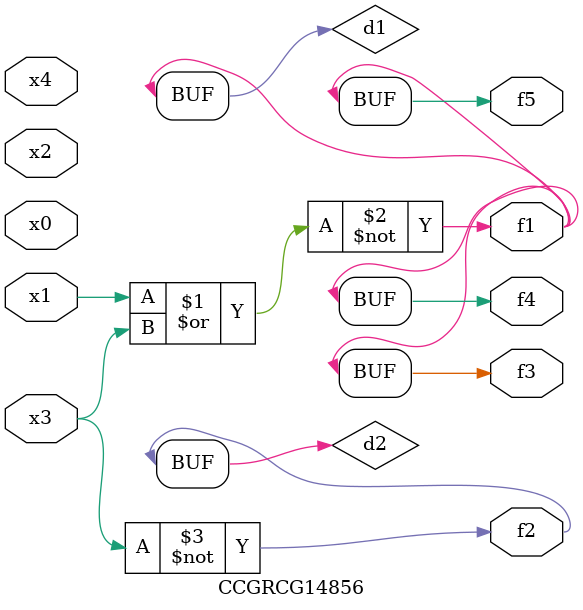
<source format=v>
module CCGRCG14856(
	input x0, x1, x2, x3, x4,
	output f1, f2, f3, f4, f5
);

	wire d1, d2;

	nor (d1, x1, x3);
	not (d2, x3);
	assign f1 = d1;
	assign f2 = d2;
	assign f3 = d1;
	assign f4 = d1;
	assign f5 = d1;
endmodule

</source>
